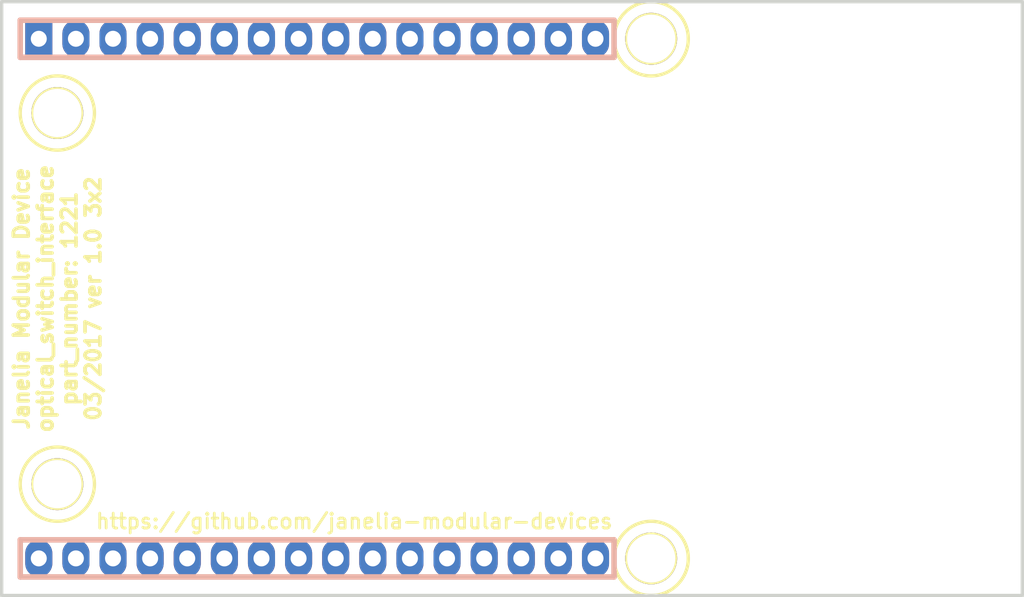
<source format=kicad_pcb>
(kicad_pcb (version 20170123) (host pcbnew no-vcs-found-6223534~58~ubuntu16.04.1)

  (general
    (links 0)
    (no_connects 0)
    (area 85.356699 68.211699 155.943301 109.588301)
    (thickness 1.6)
    (drawings 6)
    (tracks 0)
    (zones 0)
    (modules 1)
    (nets 1)
  )

  (page A4)
  (title_block
    (title optical_switch_interface_3x2)
    (rev 1.0)
  )

  (layers
    (0 F.Cu signal)
    (31 B.Cu signal)
    (32 B.Adhes user)
    (33 F.Adhes user)
    (34 B.Paste user)
    (35 F.Paste user)
    (36 B.SilkS user)
    (37 F.SilkS user)
    (38 B.Mask user)
    (39 F.Mask user)
    (40 Dwgs.User user hide)
    (41 Cmts.User user)
    (42 Eco1.User user)
    (43 Eco2.User user)
    (44 Edge.Cuts user)
    (45 Margin user)
    (46 B.CrtYd user)
    (47 F.CrtYd user)
    (48 B.Fab user)
    (49 F.Fab user hide)
  )

  (setup
    (last_trace_width 0.254)
    (trace_clearance 0.0254)
    (zone_clearance 0.2032)
    (zone_45_only no)
    (trace_min 0.254)
    (segment_width 0.2286)
    (edge_width 0.2286)
    (via_size 0.889)
    (via_drill 0.635)
    (via_min_size 0.889)
    (via_min_drill 0.508)
    (uvia_size 0.508)
    (uvia_drill 0.127)
    (uvias_allowed no)
    (uvia_min_size 0.508)
    (uvia_min_drill 0.127)
    (pcb_text_width 0.3)
    (pcb_text_size 1.5 1.5)
    (mod_edge_width 0.381)
    (mod_text_size 1 1)
    (mod_text_width 0.15)
    (pad_size 1.016 4.4958)
    (pad_drill 0)
    (pad_to_mask_clearance 0)
    (aux_axis_origin 0 0)
    (visible_elements FFFFF77F)
    (pcbplotparams
      (layerselection 0x000f0_ffffffff)
      (usegerberextensions true)
      (excludeedgelayer false)
      (linewidth 0.100000)
      (plotframeref false)
      (viasonmask false)
      (mode 1)
      (useauxorigin false)
      (hpglpennumber 1)
      (hpglpenspeed 20)
      (hpglpendiameter 15)
      (psnegative false)
      (psa4output false)
      (plotreference true)
      (plotvalue true)
      (plotinvisibletext false)
      (padsonsilk false)
      (subtractmaskfromsilk true)
      (outputformat 1)
      (mirror false)
      (drillshape 0)
      (scaleselection 1)
      (outputdirectory gerbers/))
  )

  (net 0 "")

  (net_class Default "This is the default net class."
    (clearance 0.0254)
    (trace_width 0.254)
    (via_dia 0.889)
    (via_drill 0.635)
    (uvia_dia 0.508)
    (uvia_drill 0.127)
    (diff_pair_gap 0.254)
    (diff_pair_width 0.254)
  )

  (net_class GND ""
    (clearance 0.1016)
    (trace_width 0.4064)
    (via_dia 0.889)
    (via_drill 0.635)
    (uvia_dia 0.508)
    (uvia_drill 0.127)
    (diff_pair_gap 0.254)
    (diff_pair_width 0.254)
  )

  (net_class LEDPOWER ""
    (clearance 0.254)
    (trace_width 0.6096)
    (via_dia 0.889)
    (via_drill 0.635)
    (uvia_dia 0.508)
    (uvia_drill 0.127)
    (diff_pair_gap 0.254)
    (diff_pair_width 0.254)
  )

  (net_class POWER ""
    (clearance 0.254)
    (trace_width 0.8128)
    (via_dia 0.889)
    (via_drill 0.635)
    (uvia_dia 0.508)
    (uvia_drill 0.127)
    (diff_pair_gap 0.254)
    (diff_pair_width 0.254)
  )

  (net_class SIGNAL ""
    (clearance 0.1016)
    (trace_width 0.4064)
    (via_dia 0.889)
    (via_drill 0.635)
    (uvia_dia 0.508)
    (uvia_drill 0.127)
    (diff_pair_gap 0.254)
    (diff_pair_width 0.254)
  )

  (net_class SUPERPOWER ""
    (clearance 0.254)
    (trace_width 1.2192)
    (via_dia 0.889)
    (via_drill 0.635)
    (uvia_dia 0.508)
    (uvia_drill 0.127)
    (diff_pair_gap 0.254)
    (diff_pair_width 0.254)
  )

  (module optical_switch_interface_3x2:MODULAR_DEVICE_BASE_3X2_MALE (layer F.Cu) (tedit 5894A56C) (tstamp 589B69A7)
    (at 107.315 88.9)
    (path /589B6745)
    (fp_text reference MDB1 (at 0 0) (layer F.SilkS) hide
      (effects (font (size 1.016 1.016) (thickness 0.254)))
    )
    (fp_text value MODULAR_DEVICE_BASE_3X2_MALE (at 0 2.54) (layer F.SilkS) hide
      (effects (font (thickness 0.3048)))
    )
    (fp_circle (center -17.78 -12.7) (end -15.24 -12.7) (layer F.SilkS) (width 0.2286))
    (fp_circle (center -17.78 12.7) (end -15.24 12.7) (layer F.SilkS) (width 0.2286))
    (fp_circle (center 22.86 17.78) (end 25.4 17.78) (layer F.SilkS) (width 0.2286))
    (fp_circle (center 22.86 -17.78) (end 25.4 -17.78) (layer F.SilkS) (width 0.2286))
    (fp_line (start -20.32 16.51) (end -20.32 19.05) (layer B.SilkS) (width 0.381))
    (fp_line (start -20.32 19.05) (end 20.32 19.05) (layer B.SilkS) (width 0.381))
    (fp_line (start 20.32 19.05) (end 20.32 16.51) (layer B.SilkS) (width 0.381))
    (fp_line (start 20.32 16.51) (end -20.32 16.51) (layer B.SilkS) (width 0.381))
    (fp_line (start -20.32 -19.05) (end -20.32 -16.51) (layer B.SilkS) (width 0.381))
    (fp_line (start -20.32 -16.51) (end 20.32 -16.51) (layer B.SilkS) (width 0.381))
    (fp_line (start 20.32 -16.51) (end 20.32 -19.05) (layer B.SilkS) (width 0.381))
    (fp_line (start 20.32 -19.05) (end -20.32 -19.05) (layer B.SilkS) (width 0.381))
    (fp_line (start -21.59 -20.32) (end -21.59 20.32) (layer F.Fab) (width 0.2286))
    (fp_line (start -21.59 20.32) (end 48.26 20.32) (layer F.Fab) (width 0.2286))
    (fp_line (start 48.26 20.32) (end 48.26 -20.32) (layer F.Fab) (width 0.2286))
    (fp_line (start 48.26 -20.32) (end -21.59 -20.32) (layer F.Fab) (width 0.2286))
    (pad GND thru_hole oval (at -16.51 -17.78) (size 1.8542 2.54) (drill 1.0922) (layers *.Cu *.Mask))
    (pad 24 thru_hole oval (at -13.97 -17.78) (size 1.8542 2.54) (drill 1.0922) (layers *.Cu *.Mask))
    (pad VDD thru_hole rect (at -19.05 -17.78) (size 1.8542 2.54) (drill 1.0922) (layers *.Cu *.Mask))
    (pad 25 thru_hole oval (at -11.43 -17.78) (size 1.8542 2.54) (drill 1.0922) (layers *.Cu *.Mask))
    (pad 2 thru_hole oval (at -8.89 -17.78) (size 1.8542 2.54) (drill 1.0922) (layers *.Cu *.Mask))
    (pad 3 thru_hole oval (at -6.35 -17.78) (size 1.8542 2.54) (drill 1.0922) (layers *.Cu *.Mask))
    (pad 4 thru_hole oval (at -3.81 -17.78) (size 1.8542 2.54) (drill 1.0922) (layers *.Cu *.Mask))
    (pad 5 thru_hole oval (at -1.27 -17.78) (size 1.8542 2.54) (drill 1.0922) (layers *.Cu *.Mask))
    (pad 6 thru_hole oval (at 1.27 -17.78) (size 1.8542 2.54) (drill 1.0922) (layers *.Cu *.Mask))
    (pad 30 thru_hole oval (at 3.81 -17.78) (size 1.8542 2.54) (drill 1.0922) (layers *.Cu *.Mask))
    (pad 29 thru_hole oval (at 6.35 -17.78) (size 1.8542 2.54) (drill 1.0922) (layers *.Cu *.Mask))
    (pad 9 thru_hole oval (at 8.89 -17.78) (size 1.8542 2.54) (drill 1.0922) (layers *.Cu *.Mask))
    (pad 10 thru_hole oval (at 11.43 -17.78) (size 1.8542 2.54) (drill 1.0922) (layers *.Cu *.Mask))
    (pad 11 thru_hole oval (at 13.97 -17.78) (size 1.8542 2.54) (drill 1.0922) (layers *.Cu *.Mask))
    (pad 12 thru_hole oval (at 16.51 -17.78) (size 1.8542 2.54) (drill 1.0922) (layers *.Cu *.Mask))
    (pad 28 thru_hole oval (at 19.05 -17.78) (size 1.8542 2.54) (drill 1.0922) (layers *.Cu *.Mask))
    (pad DAC thru_hole oval (at 19.05 17.78) (size 1.8542 2.54) (drill 1.0922) (layers *.Cu *.Mask))
    (pad 13 thru_hole oval (at 16.51 17.78) (size 1.8542 2.54) (drill 1.0922) (layers *.Cu *.Mask))
    (pad 14 thru_hole oval (at 13.97 17.78) (size 1.8542 2.54) (drill 1.0922) (layers *.Cu *.Mask))
    (pad 15 thru_hole oval (at 11.43 17.78) (size 1.8542 2.54) (drill 1.0922) (layers *.Cu *.Mask))
    (pad 16 thru_hole oval (at 8.89 17.78) (size 1.8542 2.54) (drill 1.0922) (layers *.Cu *.Mask))
    (pad 17 thru_hole oval (at 6.35 17.78) (size 1.8542 2.54) (drill 1.0922) (layers *.Cu *.Mask))
    (pad 18 thru_hole oval (at 3.81 17.78) (size 1.8542 2.54) (drill 1.0922) (layers *.Cu *.Mask))
    (pad 19 thru_hole oval (at 1.27 17.78) (size 1.8542 2.54) (drill 1.0922) (layers *.Cu *.Mask))
    (pad 20 thru_hole oval (at -1.27 17.78) (size 1.8542 2.54) (drill 1.0922) (layers *.Cu *.Mask))
    (pad 21 thru_hole oval (at -3.81 17.78) (size 1.8542 2.54) (drill 1.0922) (layers *.Cu *.Mask))
    (pad 22 thru_hole oval (at -6.35 17.78) (size 1.8542 2.54) (drill 1.0922) (layers *.Cu *.Mask))
    (pad 23 thru_hole oval (at -8.89 17.78) (size 1.8542 2.54) (drill 1.0922) (layers *.Cu *.Mask))
    (pad 3V3 thru_hole oval (at -11.43 17.78) (size 1.8542 2.54) (drill 1.0922) (layers *.Cu *.Mask))
    (pad AGND thru_hole oval (at -13.97 17.78) (size 1.8542 2.54) (drill 1.0922) (layers *.Cu *.Mask))
    (pad VEE thru_hole oval (at -16.51 17.78) (size 1.8542 2.54) (drill 1.0922) (layers *.Cu *.Mask))
    (pad AREF thru_hole oval (at -19.05 17.78) (size 1.8542 2.54) (drill 1.0922) (layers *.Cu *.Mask))
    (pad "" thru_hole circle (at -17.78 -12.7) (size 3.556 3.556) (drill 3.302) (layers *.Cu *.Mask F.SilkS))
    (pad "" thru_hole circle (at -17.78 12.7) (size 3.556 3.556) (drill 3.302) (layers *.Cu *.Mask F.SilkS))
    (pad "" thru_hole circle (at 22.86 17.78) (size 3.556 3.556) (drill 3.302) (layers *.Cu *.Mask F.SilkS))
    (pad "" thru_hole circle (at 22.86 -17.78) (size 3.556 3.556) (drill 3.302) (layers *.Cu *.Mask F.SilkS))
  )

  (gr_line (start 155.575 68.58) (end 85.725 68.58) (angle 90) (layer Edge.Cuts) (width 0.2286))
  (gr_line (start 155.575 109.22) (end 155.575 68.58) (angle 90) (layer Edge.Cuts) (width 0.2286))
  (gr_line (start 85.725 109.22) (end 155.575 109.22) (angle 90) (layer Edge.Cuts) (width 0.2286))
  (gr_line (start 85.725 68.58) (end 85.725 109.22) (angle 90) (layer Edge.Cuts) (width 0.2286))
  (gr_text https://github.com/janelia-modular-devices (at 109.855 104.14) (layer F.SilkS)
    (effects (font (size 1.016 1.016) (thickness 0.1905)))
  )
  (gr_text "Janelia Modular Device\noptical_switch_interface\npart_number: 1221\n03/2017 ver 1.0 3x2" (at 89.535 88.9 90) (layer F.SilkS)
    (effects (font (size 1.016 1.016) (thickness 0.254)))
  )

)

</source>
